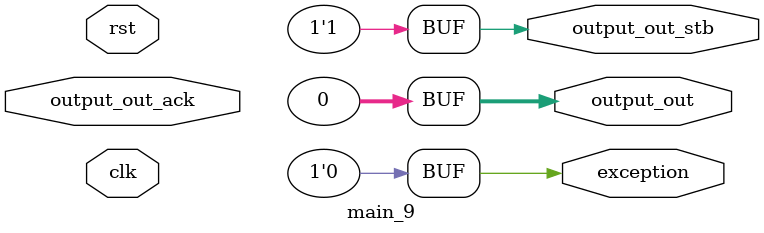
<source format=v>
module main_9 (output_out_ack,clk,rst,output_out,output_out_stb,exception);
  input output_out_ack;
  input clk;
  input rst;
  output [31:0] output_out;
  output output_out_stb;
  output exception;

  assign output_out = 0;
  assign output_out_stb = 1;
  assign exception = 0;
endmodule
</source>
